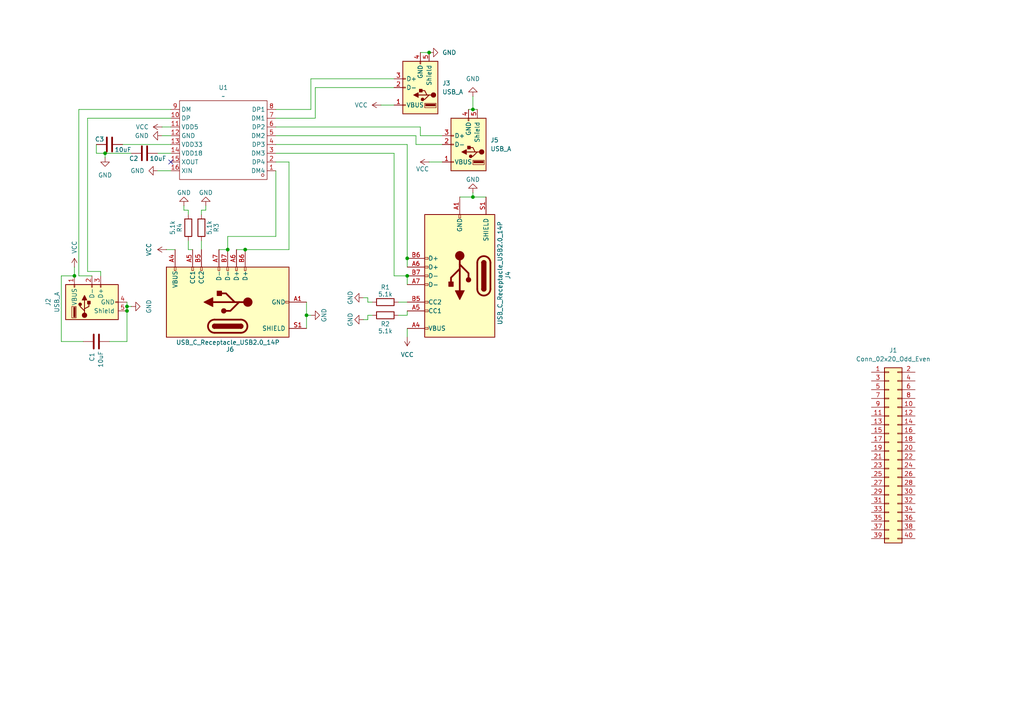
<source format=kicad_sch>
(kicad_sch (version 20250114) (generator "eeschema") (generator_version "9.0")
  (paper "A4")
  (lib_symbols
    (symbol "Connector:USB_A" (pin_names (offset 1.016))
      (property "Reference" "J2" (at 0 12.7 0))
      (property "Value" "USB_A" (at 0 10.16 0))
      (symbol "USB_A_0_1"
        (rectangle (start -5.08 -7.62) (end 5.08 7.62) (stroke (width 0.254)) (fill (type background)))
        (circle (center -3.81 2.159) (radius 0.635) (stroke (width 0.254)) (fill (type outline)))
        (polyline (pts (xy -3.175 2.159) (xy -2.54 2.159) (xy -1.27 3.429) (xy -0.635 3.429)) (stroke (width 0.254)))
        (polyline (pts (xy -2.54 2.159) (xy -1.905 2.159) (xy -1.27 0.889) (xy 0 0.889)) (stroke (width 0.254)))
        (rectangle (start -1.524 4.826) (end -4.318 5.334) (fill (type outline)))
        (rectangle (start -1.27 4.572) (end -4.572 5.842))
        (circle (center -0.635 3.429) (radius 0.381) (stroke (width 0.254)) (fill (type outline)))
        (rectangle (start -0.127 -7.62) (end 0.127 -6.858))
        (rectangle (start 0.254 1.27) (end -0.508 0.508) (stroke (width 0.254)) (fill (type outline)))
        (polyline (pts (xy 0.635 2.794) (xy 0.635 1.524) (xy 1.905 2.159) (xy 0.635 2.794)) (stroke (width 0.254)) (fill (type outline)))
        (rectangle (start 5.08 4.953) (end 4.318 5.207))
        (rectangle (start 5.08 -0.127) (end 4.318 0.127))
        (rectangle (start 5.08 -2.667) (end 4.318 -2.413))
      )
      (symbol "USB_A_1_1"
        (polyline (pts (xy -1.905 2.159) (xy 0.635 2.159)) (stroke (width 0.254)))
        (pin passive line (at -2.54 -10.16 90) (length 2.54) (name "Shield") (number "5"))
        (pin power_in line (at 0 -10.16 90) (length 2.54) (name "GND") (number "4"))
        (pin power_in line (at 7.62 5.08 180) (length 2.54) (name "VBUS") (number "1"))
        (pin bidirectional line (at 7.62 0 180) (length 2.54) (name "D-") (number "2"))
        (pin bidirectional line (at 7.62 -2.54 180) (length 2.54) (name "D+") (number "3"))
      )
    )
    (symbol "Connector:USB_C_Receptacle_USB2.0_14P" (pin_names (offset 1.016))
      (property "Reference" "J" (at 0 22.225 0))
      (property "Value" "USB_C_Receptacle_USB2.0_14P" (at 0 19.685 0))
      (symbol "USB_C_Receptacle_USB2.0_14P_0_0"
        (rectangle (start -0.254 -17.78) (end 0.254 -16.764))
        (rectangle (start 10.16 15.494) (end 9.144 14.986))
        (rectangle (start 10.16 10.414) (end 9.144 9.906))
        (rectangle (start 10.16 7.874) (end 9.144 7.366))
        (rectangle (start 10.16 2.794) (end 9.144 2.286))
        (rectangle (start 10.16 0.254) (end 9.144 -0.254))
        (rectangle (start 10.16 -2.286) (end 9.144 -2.794))
        (rectangle (start 10.16 -4.826) (end 9.144 -5.334))
      )
      (symbol "USB_C_Receptacle_USB2.0_14P_0_1"
        (rectangle (start -10.16 17.78) (end 10.16 -17.78) (stroke (width 0.254)) (fill (type background)))
        (polyline (pts (xy -8.89 -3.81) (xy -8.89 3.81)) (stroke (width 0.508)))
        (rectangle (start -7.62 -3.81) (end -6.35 3.81) (stroke (width 0.254)) (fill (type outline)))
        (arc (start -7.62 3.81) (mid -6.985 4.4423) (end -6.35 3.81) (stroke (width 0.254)))
        (arc (start -7.62 3.81) (mid -6.985 4.4423) (end -6.35 3.81) (stroke (width 0.254)) (fill (type outline)))
        (arc (start -8.89 3.81) (mid -6.985 5.7067) (end -5.08 3.81) (stroke (width 0.508)))
        (arc (start -5.08 -3.81) (mid -6.985 -5.7067) (end -8.89 -3.81) (stroke (width 0.508)))
        (arc (start -6.35 -3.81) (mid -6.985 -4.4423) (end -7.62 -3.81) (stroke (width 0.254)))
        (arc (start -6.35 -3.81) (mid -6.985 -4.4423) (end -7.62 -3.81) (stroke (width 0.254)) (fill (type outline)))
        (polyline (pts (xy -5.08 3.81) (xy -5.08 -3.81)) (stroke (width 0.508)))
        (circle (center -2.54 1.143) (radius 0.635) (stroke (width 0.254)) (fill (type outline)))
        (polyline (pts (xy -1.27 4.318) (xy 0 6.858) (xy 1.27 4.318) (xy -1.27 4.318)) (stroke (width 0.254)) (fill (type outline)))
        (polyline (pts (xy 0 -2.032) (xy 2.54 0.508) (xy 2.54 1.778)) (stroke (width 0.508)))
        (polyline (pts (xy 0 -3.302) (xy -2.54 -0.762) (xy -2.54 0.508)) (stroke (width 0.508)))
        (polyline (pts (xy 0 -5.842) (xy 0 4.318)) (stroke (width 0.508)))
        (circle (center 0 -5.842) (radius 1.27) (fill (type outline)))
        (rectangle (start 1.905 1.778) (end 3.175 3.048) (stroke (width 0.254)) (fill (type outline)))
      )
      (symbol "USB_C_Receptacle_USB2.0_14P_1_1"
        (pin passive line (at -7.62 -22.86 90) (length 5.08) (name "SHIELD") (number "S1"))
        (pin passive line (at 0 -22.86 90) (length 5.08) (name "GND") (number "A1"))
        (pin passive line (at 0 -22.86 90) (length 5.08) (hide yes) (name "GND") (number "A12"))
        (pin passive line (at 0 -22.86 90) (length 5.08) (hide yes) (name "GND") (number "B1"))
        (pin passive line (at 0 -22.86 90) (length 5.08) (hide yes) (name "GND") (number "B12"))
        (pin passive line (at 15.24 15.24 180) (length 5.08) (name "VBUS") (number "A4"))
        (pin passive line (at 15.24 15.24 180) (length 5.08) (hide yes) (name "VBUS") (number "A9"))
        (pin passive line (at 15.24 15.24 180) (length 5.08) (hide yes) (name "VBUS") (number "B4"))
        (pin passive line (at 15.24 15.24 180) (length 5.08) (hide yes) (name "VBUS") (number "B9"))
        (pin bidirectional line (at 15.24 10.16 180) (length 5.08) (name "CC1") (number "A5"))
        (pin bidirectional line (at 15.24 7.62 180) (length 5.08) (name "CC2") (number "B5"))
        (pin bidirectional line (at 15.24 2.54 180) (length 5.08) (name "D-") (number "A7"))
        (pin bidirectional line (at 15.24 0 180) (length 5.08) (name "D-") (number "B7"))
        (pin bidirectional line (at 15.24 -2.54 180) (length 5.08) (name "D+") (number "A6"))
        (pin bidirectional line (at 15.24 -5.08 180) (length 5.08) (name "D+") (number "B6"))
      )
    )
    (symbol "Connector_Generic:Conn_02x20_Odd_Even" (pin_names (offset 1.016) (hide yes))
      (property "Reference" "J" (at 1.27 25.4 0))
      (property "Value" "Conn_02x20_Odd_Even" (at 1.27 -27.94 0))
      (symbol "Conn_02x20_Odd_Even_1_1"
        (rectangle (start -1.27 24.13) (end 3.81 -26.67) (stroke (width 0.254)) (fill (type background)))
        (rectangle (start -1.27 22.987) (end 0 22.733) (stroke (width 0.1524)))
        (rectangle (start -1.27 20.447) (end 0 20.193) (stroke (width 0.1524)))
        (rectangle (start -1.27 17.907) (end 0 17.653) (stroke (width 0.1524)))
        (rectangle (start -1.27 15.367) (end 0 15.113) (stroke (width 0.1524)))
        (rectangle (start -1.27 12.827) (end 0 12.573) (stroke (width 0.1524)))
        (rectangle (start -1.27 10.287) (end 0 10.033) (stroke (width 0.1524)))
        (rectangle (start -1.27 7.747) (end 0 7.493) (stroke (width 0.1524)))
        (rectangle (start -1.27 5.207) (end 0 4.953) (stroke (width 0.1524)))
        (rectangle (start -1.27 2.667) (end 0 2.413) (stroke (width 0.1524)))
        (rectangle (start -1.27 0.127) (end 0 -0.127) (stroke (width 0.1524)))
        (rectangle (start -1.27 -2.413) (end 0 -2.667) (stroke (width 0.1524)))
        (rectangle (start -1.27 -4.953) (end 0 -5.207) (stroke (width 0.1524)))
        (rectangle (start -1.27 -7.493) (end 0 -7.747) (stroke (width 0.1524)))
        (rectangle (start -1.27 -10.033) (end 0 -10.287) (stroke (width 0.1524)))
        (rectangle (start -1.27 -12.573) (end 0 -12.827) (stroke (width 0.1524)))
        (rectangle (start -1.27 -15.113) (end 0 -15.367) (stroke (width 0.1524)))
        (rectangle (start -1.27 -17.653) (end 0 -17.907) (stroke (width 0.1524)))
        (rectangle (start -1.27 -20.193) (end 0 -20.447) (stroke (width 0.1524)))
        (rectangle (start -1.27 -22.733) (end 0 -22.987) (stroke (width 0.1524)))
        (rectangle (start -1.27 -25.273) (end 0 -25.527) (stroke (width 0.1524)))
        (rectangle (start 3.81 22.987) (end 2.54 22.733) (stroke (width 0.1524)))
        (rectangle (start 3.81 20.447) (end 2.54 20.193) (stroke (width 0.1524)))
        (rectangle (start 3.81 17.907) (end 2.54 17.653) (stroke (width 0.1524)))
        (rectangle (start 3.81 15.367) (end 2.54 15.113) (stroke (width 0.1524)))
        (rectangle (start 3.81 12.827) (end 2.54 12.573) (stroke (width 0.1524)))
        (rectangle (start 3.81 10.287) (end 2.54 10.033) (stroke (width 0.1524)))
        (rectangle (start 3.81 7.747) (end 2.54 7.493) (stroke (width 0.1524)))
        (rectangle (start 3.81 5.207) (end 2.54 4.953) (stroke (width 0.1524)))
        (rectangle (start 3.81 2.667) (end 2.54 2.413) (stroke (width 0.1524)))
        (rectangle (start 3.81 0.127) (end 2.54 -0.127) (stroke (width 0.1524)))
        (rectangle (start 3.81 -2.413) (end 2.54 -2.667) (stroke (width 0.1524)))
        (rectangle (start 3.81 -4.953) (end 2.54 -5.207) (stroke (width 0.1524)))
        (rectangle (start 3.81 -7.493) (end 2.54 -7.747) (stroke (width 0.1524)))
        (rectangle (start 3.81 -10.033) (end 2.54 -10.287) (stroke (width 0.1524)))
        (rectangle (start 3.81 -12.573) (end 2.54 -12.827) (stroke (width 0.1524)))
        (rectangle (start 3.81 -15.113) (end 2.54 -15.367) (stroke (width 0.1524)))
        (rectangle (start 3.81 -17.653) (end 2.54 -17.907) (stroke (width 0.1524)))
        (rectangle (start 3.81 -20.193) (end 2.54 -20.447) (stroke (width 0.1524)))
        (rectangle (start 3.81 -22.733) (end 2.54 -22.987) (stroke (width 0.1524)))
        (rectangle (start 3.81 -25.273) (end 2.54 -25.527) (stroke (width 0.1524)))
        (pin passive line (at -5.08 22.86 0) (length 3.81) (name "Pin_1") (number "1"))
        (pin passive line (at -5.08 20.32 0) (length 3.81) (name "Pin_3") (number "3"))
        (pin passive line (at -5.08 17.78 0) (length 3.81) (name "Pin_5") (number "5"))
        (pin passive line (at -5.08 15.24 0) (length 3.81) (name "Pin_7") (number "7"))
        (pin passive line (at -5.08 12.7 0) (length 3.81) (name "Pin_9") (number "9"))
        (pin passive line (at -5.08 10.16 0) (length 3.81) (name "Pin_11") (number "11"))
        (pin passive line (at -5.08 7.62 0) (length 3.81) (name "Pin_13") (number "13"))
        (pin passive line (at -5.08 5.08 0) (length 3.81) (name "Pin_15") (number "15"))
        (pin passive line (at -5.08 2.54 0) (length 3.81) (name "Pin_17") (number "17"))
        (pin passive line (at -5.08 0 0) (length 3.81) (name "Pin_19") (number "19"))
        (pin passive line (at -5.08 -2.54 0) (length 3.81) (name "Pin_21") (number "21"))
        (pin passive line (at -5.08 -5.08 0) (length 3.81) (name "Pin_23") (number "23"))
        (pin passive line (at -5.08 -7.62 0) (length 3.81) (name "Pin_25") (number "25"))
        (pin passive line (at -5.08 -10.16 0) (length 3.81) (name "Pin_27") (number "27"))
        (pin passive line (at -5.08 -12.7 0) (length 3.81) (name "Pin_29") (number "29"))
        (pin passive line (at -5.08 -15.24 0) (length 3.81) (name "Pin_31") (number "31"))
        (pin passive line (at -5.08 -17.78 0) (length 3.81) (name "Pin_33") (number "33"))
        (pin passive line (at -5.08 -20.32 0) (length 3.81) (name "Pin_35") (number "35"))
        (pin passive line (at -5.08 -22.86 0) (length 3.81) (name "Pin_37") (number "37"))
        (pin passive line (at -5.08 -25.4 0) (length 3.81) (name "Pin_39") (number "39"))
        (pin passive line (at 7.62 22.86 180) (length 3.81) (name "Pin_2") (number "2"))
        (pin passive line (at 7.62 20.32 180) (length 3.81) (name "Pin_4") (number "4"))
        (pin passive line (at 7.62 17.78 180) (length 3.81) (name "Pin_6") (number "6"))
        (pin passive line (at 7.62 15.24 180) (length 3.81) (name "Pin_8") (number "8"))
        (pin passive line (at 7.62 12.7 180) (length 3.81) (name "Pin_10") (number "10"))
        (pin passive line (at 7.62 10.16 180) (length 3.81) (name "Pin_12") (number "12"))
        (pin passive line (at 7.62 7.62 180) (length 3.81) (name "Pin_14") (number "14"))
        (pin passive line (at 7.62 5.08 180) (length 3.81) (name "Pin_16") (number "16"))
        (pin passive line (at 7.62 2.54 180) (length 3.81) (name "Pin_18") (number "18"))
        (pin passive line (at 7.62 0 180) (length 3.81) (name "Pin_20") (number "20"))
        (pin passive line (at 7.62 -2.54 180) (length 3.81) (name "Pin_22") (number "22"))
        (pin passive line (at 7.62 -5.08 180) (length 3.81) (name "Pin_24") (number "24"))
        (pin passive line (at 7.62 -7.62 180) (length 3.81) (name "Pin_26") (number "26"))
        (pin passive line (at 7.62 -10.16 180) (length 3.81) (name "Pin_28") (number "28"))
        (pin passive line (at 7.62 -12.7 180) (length 3.81) (name "Pin_30") (number "30"))
        (pin passive line (at 7.62 -15.24 180) (length 3.81) (name "Pin_32") (number "32"))
        (pin passive line (at 7.62 -17.78 180) (length 3.81) (name "Pin_34") (number "34"))
        (pin passive line (at 7.62 -20.32 180) (length 3.81) (name "Pin_36") (number "36"))
        (pin passive line (at 7.62 -22.86 180) (length 3.81) (name "Pin_38") (number "38"))
        (pin passive line (at 7.62 -25.4 180) (length 3.81) (name "Pin_40") (number "40"))
      )
    )
    (symbol "Device:C" (pin_numbers (hide yes)) (pin_names (offset 0.254))
      (property "Reference" "C" (at 0.635 2.54 0))
      (property "Value" "C" (at 0.635 -2.54 0))
      (symbol "C_0_1"
        (polyline (pts (xy -2.032 0.762) (xy 2.032 0.762)) (stroke (width 0.508)))
        (polyline (pts (xy -2.032 -0.762) (xy 2.032 -0.762)) (stroke (width 0.508)))
      )
      (symbol "C_1_1"
        (pin passive line (at 0 3.81 270) (length 2.794) (name "~") (number "1"))
        (pin passive line (at 0 -3.81 90) (length 2.794) (name "~") (number "2"))
      )
    )
    (symbol "Device:R" (pin_numbers (hide yes)) (pin_names (offset 0))
      (property "Reference" "R" (at 2.032 0 90))
      (property "Value" "R" (at 0 0 90))
      (symbol "R_0_1"
        (rectangle (start -1.016 -2.54) (end 1.016 2.54) (stroke (width 0.254)))
      )
      (symbol "R_1_1"
        (pin passive line (at 0 3.81 270) (length 1.27) (name "~") (number "1"))
        (pin passive line (at 0 -3.81 90) (length 1.27) (name "~") (number "2"))
      )
    )
    (symbol "SL2.1A:SL2.1A"
      (property "Reference" "U" (at 0 0 0))
      (symbol "SL2.1A_1_0"
        (rectangle (start -12.7 -11.43) (end 12.7 11.43))
        (circle (center -11.43 10.16) (radius 0.381))
        (pin unspecified line (at -15.24 8.89 0) (length 2.54) (name "DM4") (number "1"))
        (pin unspecified line (at -15.24 6.35 0) (length 2.54) (name "DP4") (number "2"))
        (pin unspecified line (at -15.24 3.81 0) (length 2.54) (name "DM3") (number "3"))
        (pin unspecified line (at -15.24 1.27 0) (length 2.54) (name "DP3") (number "4"))
        (pin unspecified line (at -15.24 -1.27 0) (length 2.54) (name "DM2") (number "5"))
        (pin unspecified line (at -15.24 -3.81 0) (length 2.54) (name "DP2") (number "6"))
        (pin unspecified line (at -15.24 -6.35 0) (length 2.54) (name "DM1") (number "7"))
        (pin unspecified line (at -15.24 -8.89 0) (length 2.54) (name "DP1") (number "8"))
        (pin unspecified line (at 15.24 8.89 180) (length 2.54) (name "XIN") (number "16"))
        (pin unspecified line (at 15.24 6.35 180) (length 2.54) (name "XOUT") (number "15"))
        (pin unspecified line (at 15.24 3.81 180) (length 2.54) (name "VDD18") (number "14"))
        (pin unspecified line (at 15.24 1.27 180) (length 2.54) (name "VDD33") (number "13"))
        (pin unspecified line (at 15.24 -1.27 180) (length 2.54) (name "GND") (number "12"))
        (pin unspecified line (at 15.24 -3.81 180) (length 2.54) (name "VDD5") (number "11"))
        (pin unspecified line (at 15.24 -6.35 180) (length 2.54) (name "DP") (number "10"))
        (pin unspecified line (at 15.24 -8.89 180) (length 2.54) (name "DM") (number "9"))
      )
    )
    (symbol "power:GND" (power) (pin_numbers (hide yes)) (pin_names (offset 0) (hide yes))
      (property "Value" "GND" (at 0 -3.81 0))
      (symbol "GND_0_1"
        (polyline (pts (xy 0 0) (xy 0 -1.27) (xy 1.27 -1.27) (xy 0 -2.54) (xy -1.27 -1.27) (xy 0 -1.27)))
      )
      (symbol "GND_1_1"
        (pin power_in line (at 0 0 270) (length 0) (name "~") (number "1"))
      )
    )
    (symbol "power:VCC" (power) (pin_numbers (hide yes)) (pin_names (offset 0) (hide yes))
      (property "Value" "VCC" (at 0 3.556 0))
      (symbol "VCC_0_1"
        (polyline (pts (xy -0.762 1.27) (xy 0 2.54)))
        (polyline (pts (xy 0 2.54) (xy 0.762 1.27)))
        (polyline (pts (xy 0 0) (xy 0 2.54)))
      )
      (symbol "VCC_1_1"
        (pin power_in line (at 0 0 90) (length 0) (name "~") (number "1"))
      )
    )
  )
  (junction (at 118.11 74.93))
  (junction (at 71.12 72.39))
  (junction (at 21.59 80.01))
  (junction (at 88.9 91.44))
  (junction (at 137.16 57.15))
  (junction (at 30.48 44.45))
  (junction (at 124.46 15.24))
  (junction (at 66.04 72.39))
  (junction (at 36.83 90.17))
  (junction (at 118.11 80.01))
  (junction (at 36.83 88.9))
  (junction (at 137.16 31.75))
  (no_connect (at 49.53 46.99))
  (wire (pts (xy 26.67 80.01) (xy 22.86 80.01)))
  (wire (pts (xy 90.17 22.86) (xy 114.3 22.86)))
  (wire (pts (xy 36.83 90.17) (xy 36.83 88.9)))
  (wire (pts (xy 106.68 91.44) (xy 107.95 91.44)))
  (wire (pts (xy 22.86 80.01) (xy 22.86 31.75)))
  (wire (pts (xy 114.3 80.01) (xy 118.11 80.01)))
  (wire (pts (xy 137.16 31.75) (xy 135.89 31.75)))
  (wire (pts (xy 118.11 95.25) (xy 118.11 97.79)))
  (wire (pts (xy 29.21 80.01) (xy 29.21 78.74)))
  (wire (pts (xy 88.9 91.44) (xy 90.17 91.44)))
  (wire (pts (xy 53.34 60.96) (xy 54.61 60.96)))
  (wire (pts (xy 50.8 72.39) (xy 48.26 72.39)))
  (wire (pts (xy 58.42 60.96) (xy 58.42 62.23)))
  (wire (pts (xy 59.69 59.69) (xy 59.69 60.96)))
  (wire (pts (xy 128.27 41.91) (xy 120.65 41.91)))
  (wire (pts (xy 120.65 41.91) (xy 120.65 39.37)))
  (wire (pts (xy 21.59 80.01) (xy 21.59 77.47)))
  (wire (pts (xy 88.9 87.63) (xy 88.9 91.44)))
  (wire (pts (xy 22.86 31.75) (xy 49.53 31.75)))
  (wire (pts (xy 59.69 60.96) (xy 58.42 60.96)))
  (wire (pts (xy 30.48 44.45) (xy 27.94 44.45)))
  (wire (pts (xy 118.11 41.91) (xy 118.11 74.93)))
  (wire (pts (xy 25.4 34.29) (xy 49.53 34.29)))
  (wire (pts (xy 115.57 91.44) (xy 118.11 91.44)))
  (wire (pts (xy 30.48 45.72) (xy 30.48 44.45)))
  (wire (pts (xy 46.99 39.37) (xy 49.53 39.37)))
  (wire (pts (xy 106.68 92.71) (xy 106.68 91.44)))
  (wire (pts (xy 105.41 92.71) (xy 106.68 92.71)))
  (wire (pts (xy 45.72 44.45) (xy 49.53 44.45)))
  (wire (pts (xy 36.83 99.06) (xy 36.83 90.17)))
  (wire (pts (xy 80.01 41.91) (xy 118.11 41.91)))
  (wire (pts (xy 121.92 39.37) (xy 121.92 36.83)))
  (wire (pts (xy 118.11 80.01) (xy 118.11 82.55)))
  (wire (pts (xy 137.16 31.75) (xy 138.43 31.75)))
  (wire (pts (xy 91.44 25.4) (xy 114.3 25.4)))
  (wire (pts (xy 66.04 68.58) (xy 80.01 68.58)))
  (wire (pts (xy 35.56 41.91) (xy 49.53 41.91)))
  (wire (pts (xy 118.11 91.44) (xy 118.11 90.17)))
  (wire (pts (xy 27.94 41.91) (xy 27.94 44.45)))
  (wire (pts (xy 66.04 68.58) (xy 66.04 72.39)))
  (wire (pts (xy 17.78 80.01) (xy 21.59 80.01)))
  (wire (pts (xy 115.57 87.63) (xy 118.11 87.63)))
  (wire (pts (xy 110.49 30.48) (xy 114.3 30.48)))
  (wire (pts (xy 106.68 86.36) (xy 106.68 87.63)))
  (wire (pts (xy 45.72 49.53) (xy 49.53 49.53)))
  (wire (pts (xy 80.01 34.29) (xy 91.44 34.29)))
  (wire (pts (xy 25.4 34.29) (xy 25.4 78.74)))
  (wire (pts (xy 31.75 99.06) (xy 36.83 99.06)))
  (wire (pts (xy 120.65 39.37) (xy 80.01 39.37)))
  (wire (pts (xy 121.92 15.24) (xy 124.46 15.24)))
  (wire (pts (xy 80.01 46.99) (xy 83.82 46.99)))
  (wire (pts (xy 106.68 87.63) (xy 107.95 87.63)))
  (wire (pts (xy 90.17 31.75) (xy 90.17 22.86)))
  (wire (pts (xy 80.01 44.45) (xy 114.3 44.45)))
  (wire (pts (xy 140.97 57.15) (xy 137.16 57.15)))
  (wire (pts (xy 88.9 95.25) (xy 88.9 91.44)))
  (wire (pts (xy 83.82 46.99) (xy 83.82 72.39)))
  (wire (pts (xy 17.78 99.06) (xy 24.13 99.06)))
  (wire (pts (xy 80.01 68.58) (xy 80.01 49.53)))
  (wire (pts (xy 91.44 34.29) (xy 91.44 25.4)))
  (wire (pts (xy 83.82 72.39) (xy 71.12 72.39)))
  (wire (pts (xy 36.83 88.9) (xy 36.83 87.63)))
  (wire (pts (xy 54.61 60.96) (xy 54.61 62.23)))
  (wire (pts (xy 29.21 78.74) (xy 25.4 78.74)))
  (wire (pts (xy 128.27 39.37) (xy 121.92 39.37)))
  (wire (pts (xy 46.99 36.83) (xy 49.53 36.83)))
  (wire (pts (xy 121.92 36.83) (xy 80.01 36.83)))
  (wire (pts (xy 137.16 27.94) (xy 137.16 31.75)))
  (wire (pts (xy 54.61 72.39) (xy 55.88 72.39)))
  (wire (pts (xy 58.42 69.85) (xy 58.42 72.39)))
  (wire (pts (xy 137.16 57.15) (xy 137.16 55.88)))
  (wire (pts (xy 36.83 88.9) (xy 38.1 88.9)))
  (wire (pts (xy 133.35 57.15) (xy 137.16 57.15)))
  (wire (pts (xy 124.46 46.99) (xy 128.27 46.99)))
  (wire (pts (xy 80.01 31.75) (xy 90.17 31.75)))
  (wire (pts (xy 118.11 74.93) (xy 118.11 77.47)))
  (wire (pts (xy 30.48 44.45) (xy 38.1 44.45)))
  (wire (pts (xy 53.34 59.69) (xy 53.34 60.96)))
  (wire (pts (xy 17.78 99.06) (xy 17.78 80.01)))
  (wire (pts (xy 105.41 86.36) (xy 106.68 86.36)))
  (wire (pts (xy 71.12 72.39) (xy 68.58 72.39)))
  (wire (pts (xy 54.61 69.85) (xy 54.61 72.39)))
  (wire (pts (xy 66.04 72.39) (xy 63.5 72.39)))
  (wire (pts (xy 114.3 44.45) (xy 114.3 80.01)))
  (symbol (lib_id "power:GND") (at 137.16 55.88 180) (unit 1)
    (property "Reference" "#PWR011" (effects (hide yes)))
    (property "Value" "GND" (at 137.16 52.07 0))
    (property "Description" "Power symbol creates a global label with name \"GND\" , ground" (effects (hide yes)))
  )
  (symbol (lib_id "Device:C") (at 31.75 41.91 90) (unit 1)
    (property "Reference" "C3" (at 30.226 40.386 90) (effects (justify left)))
    (property "Value" "10uF" (at 38.1 43.434 90) (effects (justify left)))
    (property "Description" "Unpolarized capacitor" (effects (hide yes)))
  )
  (symbol (lib_id "Connector:USB_C_Receptacle_USB2.0_14P") (at 133.35 80.01 180) (unit 1)
    (property "Reference" "J4" (at 147.32 81.026 90) (effects (justify right)))
    (property "Value" "USB_C_Receptacle_USB2.0_14P" (at 145.034 94.234 90) (effects (justify right)))
    (property "Datasheet" "https://www.usb.org/sites/default/files/documents/usb_type-c.zip" (effects (hide yes)))
    (property "Description" "USB 2.0-only 14P Type-C Receptacle connector" (effects (hide yes)))
  )
  (symbol (lib_id "power:VCC") (at 48.26 72.39 90) (unit 1)
    (property "Reference" "#PWR017" (effects (hide yes)))
    (property "Value" "VCC" (at 43.18 72.39 0))
    (property "Description" "Power symbol creates a global label with name \"VCC\"" (effects (hide yes)))
  )
  (symbol (lib_id "power:VCC") (at 21.59 77.47 0) (unit 1)
    (property "Reference" "#PWR05" (effects (hide yes)))
    (property "Value" "VCC" (at 21.5899 73.66 90) (effects (justify left)))
    (property "Description" "Power symbol creates a global label with name \"VCC\"" (effects (hide yes)))
  )
  (symbol (lib_id "power:GND") (at 105.41 86.36 270) (unit 1)
    (property "Reference" "#PWR012" (effects (hide yes)))
    (property "Value" "GND" (at 101.6 86.36 0))
    (property "Description" "Power symbol creates a global label with name \"GND\" , ground" (effects (hide yes)))
  )
  (symbol (lib_id "power:GND") (at 59.69 59.69 180) (unit 1)
    (property "Reference" "#PWR015" (effects (hide yes)))
    (property "Value" "GND" (at 59.69 55.88 0))
    (property "Description" "Power symbol creates a global label with name \"GND\" , ground" (effects (hide yes)))
  )
  (symbol (lib_id "Device:R") (at 54.61 66.04 180) (unit 1)
    (property "Reference" "R4" (at 52.07 66.04 90))
    (property "Value" "5.1k" (at 50.038 66.04 90))
    (property "Description" "Resistor" (effects (hide yes)))
  )
  (symbol (lib_id "Device:C") (at 27.94 99.06 90) (unit 1)
    (property "Reference" "C1" (at 26.67 104.902 0) (effects (justify left)))
    (property "Value" "10uF" (at 29.21 106.68 0) (effects (justify left)))
    (property "Description" "Unpolarized capacitor" (effects (hide yes)))
  )
  (symbol (lib_id "Connector:USB_A") (at 121.92 25.4 180) (unit 1)
    (property "Reference" "J3" (at 128.27 24.1299 0) (effects (justify right)))
    (property "Value" "USB_A" (at 128.27 26.6699 0) (effects (justify right)))
    (property "Description" "USB Type A connector" (effects (hide yes)))
  )
  (symbol (lib_id "power:GND") (at 30.48 45.72 0) (unit 1)
    (property "Reference" "#PWR03" (effects (hide yes)))
    (property "Value" "GND" (at 30.48 50.8 0))
    (property "Description" "Power symbol creates a global label with name \"GND\" , ground" (effects (hide yes)))
  )
  (symbol (lib_id "power:GND") (at 45.72 49.53 270) (unit 1)
    (property "Reference" "#PWR04" (effects (hide yes)))
    (property "Value" "GND" (at 41.91 49.5299 90) (effects (justify right)))
    (property "Description" "Power symbol creates a global label with name \"GND\" , ground" (effects (hide yes)))
  )
  (symbol (lib_id "Device:R") (at 111.76 91.44 270) (unit 1)
    (property "Reference" "R2" (at 111.76 93.98 90))
    (property "Value" "5.1k" (at 111.76 96.012 90))
    (property "Description" "Resistor" (effects (hide yes)))
  )
  (symbol (lib_id "power:GND") (at 38.1 88.9 90) (unit 1)
    (property "Reference" "#PWR01" (effects (hide yes)))
    (property "Value" "GND" (at 43.18 88.9 0))
    (property "Description" "Power symbol creates a global label with name \"GND\" , ground" (effects (hide yes)))
  )
  (symbol (lib_id "Device:R") (at 111.76 87.63 270) (unit 1)
    (property "Reference" "R1" (at 111.76 83.312 90))
    (property "Value" "5.1k" (at 111.76 85.344 90))
    (property "Description" "Resistor" (effects (hide yes)))
  )
  (symbol (lib_id "Connector_Generic:Conn_02x20_Odd_Even") (at 257.81 130.81 0) (unit 1)
    (property "Reference" "J1" (at 259.08 101.6 0))
    (property "Value" "Conn_02x20_Odd_Even" (at 259.08 104.14 0))
    (property "Footprint" "Connector_PinHeader_2.54mm:PinHeader_2x20_P2.54mm_Vertical" (effects (hide yes)))
    (property "Description" "Generic connector, double row, 02x20, odd/even pin numbering scheme (row 1 odd numbers, row 2 even numbers), script generated (kicad-library-utils/schlib/autogen/connector/)" (effects (hide yes)))
  )
  (symbol (lib_id "power:GND") (at 46.99 39.37 270) (unit 1)
    (property "Reference" "#PWR02" (effects (hide yes)))
    (property "Value" "GND" (at 43.18 39.3699 90) (effects (justify right)))
    (property "Description" "Power symbol creates a global label with name \"GND\" , ground" (effects (hide yes)))
  )
  (symbol (lib_id "power:GND") (at 105.41 92.71 270) (unit 1)
    (property "Reference" "#PWR013" (effects (hide yes)))
    (property "Value" "GND" (at 101.6 92.71 0))
    (property "Description" "Power symbol creates a global label with name \"GND\" , ground" (effects (hide yes)))
  )
  (symbol (lib_id "power:VCC") (at 124.46 46.99 90) (unit 1)
    (property "Reference" "#PWR010" (effects (hide yes)))
    (property "Value" "VCC" (at 124.46 49.022 90) (effects (justify left)))
    (property "Description" "Power symbol creates a global label with name \"VCC\"" (effects (hide yes)))
  )
  (symbol (lib_id "power:GND") (at 90.17 91.44 90) (unit 1)
    (property "Reference" "#PWR018" (effects (hide yes)))
    (property "Value" "GND" (at 93.98 91.44 0))
    (property "Description" "Power symbol creates a global label with name \"GND\" , ground" (effects (hide yes)))
  )
  (symbol (lib_id "power:VCC") (at 110.49 30.48 90) (unit 1)
    (property "Reference" "#PWR08" (effects (hide yes)))
    (property "Value" "VCC" (at 106.68 30.4799 90) (effects (justify left)))
    (property "Description" "Power symbol creates a global label with name \"VCC\"" (effects (hide yes)))
  )
  (symbol (lib_id "power:VCC") (at 118.11 97.79 180) (unit 1)
    (property "Reference" "#PWR014" (effects (hide yes)))
    (property "Value" "VCC" (at 118.11 102.87 0))
    (property "Description" "Power symbol creates a global label with name \"VCC\"" (effects (hide yes)))
  )
  (symbol (lib_id "Connector:USB_C_Receptacle_USB2.0_14P") (at 66.04 87.63 90) (unit 1)
    (property "Reference" "J6" (at 65.532 101.346 90) (effects (justify right)))
    (property "Value" "USB_C_Receptacle_USB2.0_14P" (at 51.054 99.314 90) (effects (justify right)))
    (property "Datasheet" "https://www.usb.org/sites/default/files/documents/usb_type-c.zip" (effects (hide yes)))
    (property "Description" "USB 2.0-only 14P Type-C Receptacle connector" (effects (hide yes)))
  )
  (symbol (lib_id "SL2.1A:SL2.1A") (at 64.77 40.64 180) (unit 1)
    (property "Reference" "U1" (at 64.77 25.4 0))
    (property "Value" "~" (at 64.77 27.94 0))
    (property "Footprint" "SL2.1A:SOP-16_L10.0-W3.9-P1.27-LS6.0-BL" (effects (hide yes)))
    (property "Datasheet" "https://atta.szlcsc.com/upload/public/pdf/source/20180522/C192893_624110D24898D57AAC785E3DF98EA862.pdf" (effects (hide yes)))
    (property "Manufacturer Part" "SL2.1A" (effects (hide yes)))
    (property "Manufacturer" "CoreChips(和芯润德)" (effects (hide yes)))
    (property "Supplier Part" "C192893" (effects (hide yes)))
    (property "Supplier" "LCSC" (effects (hide yes)))
    (property "LCSC Part Name" "USB2.0高速4端口HUB控制器" (effects (hide yes)))
  )
  (symbol (lib_id "Connector:USB_A") (at 135.89 41.91 180) (unit 1)
    (property "Reference" "J5" (at 142.24 40.6399 0) (effects (justify right)))
    (property "Value" "USB_A" (at 142.24 43.1799 0) (effects (justify right)))
    (property "Description" "USB Type A connector" (effects (hide yes)))
  )
  (symbol (lib_id "power:GND") (at 137.16 27.94 180) (unit 1)
    (property "Reference" "#PWR09" (effects (hide yes)))
    (property "Value" "GND" (at 137.16 22.86 0))
    (property "Description" "Power symbol creates a global label with name \"GND\" , ground" (effects (hide yes)))
  )
  (symbol (lib_id "Device:C") (at 41.91 44.45 90) (unit 1)
    (property "Reference" "C2" (at 40.132 45.974 90) (effects (justify left)))
    (property "Value" "10uF" (at 48.26 45.974 90) (effects (justify left)))
    (property "Description" "Unpolarized capacitor" (effects (hide yes)))
  )
  (symbol (lib_id "Connector:USB_A") (at 26.67 87.63 90) (unit 1)
    (property "Reference" "J2" (at 13.97 87.63 0))
    (property "Value" "USB_A" (at 16.51 87.63 0))
    (property "Description" "USB Type A connector" (effects (hide yes)))
  )
  (symbol (lib_id "power:GND") (at 124.46 15.24 90) (unit 1)
    (property "Reference" "#PWR07" (effects (hide yes)))
    (property "Value" "GND" (at 128.27 15.2399 90) (effects (justify right)))
    (property "Description" "Power symbol creates a global label with name \"GND\" , ground" (effects (hide yes)))
  )
  (symbol (lib_id "power:GND") (at 53.34 59.69 180) (unit 1)
    (property "Reference" "#PWR016" (effects (hide yes)))
    (property "Value" "GND" (at 53.34 55.88 0))
    (property "Description" "Power symbol creates a global label with name \"GND\" , ground" (effects (hide yes)))
  )
  (symbol (lib_id "Device:R") (at 58.42 66.04 180) (unit 1)
    (property "Reference" "R3" (at 62.738 66.04 90))
    (property "Value" "5.1k" (at 60.706 66.04 90))
    (property "Description" "Resistor" (effects (hide yes)))
  )
  (symbol (lib_id "power:VCC") (at 46.99 36.83 90) (unit 1)
    (property "Reference" "#PWR06" (effects (hide yes)))
    (property "Value" "VCC" (at 43.18 36.8299 90) (effects (justify left)))
    (property "Description" "Power symbol creates a global label with name \"VCC\"" (effects (hide yes)))
  )
)
</source>
